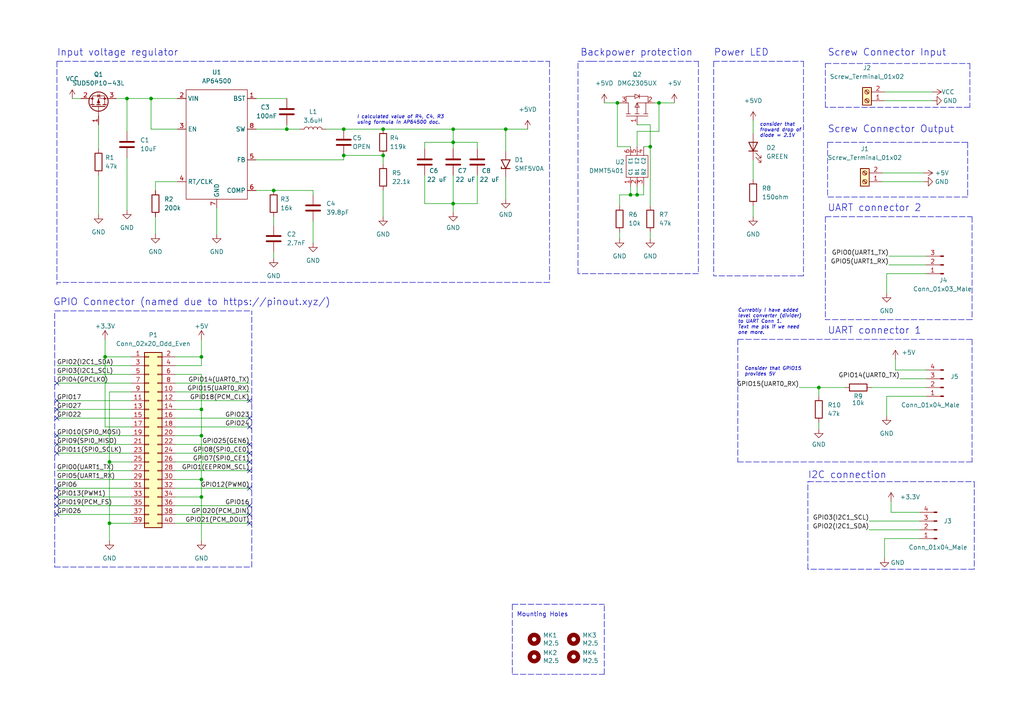
<source format=kicad_sch>
(kicad_sch (version 20211123) (generator eeschema)
  (paper "A4")
  (lib_symbols
    (symbol "Connector:Conn_01x03_Male" (pin_names (offset 1.016) hide)
      (property "Reference" "J" (at 0 5.08 0))
      (property "Value" "Conn_01x03_Male" (at 0 -5.08 0))
      (symbol "Conn_01x03_Male_1_1"
        (polyline (pts (xy 1.27 -2.54) (xy 0.8636 -2.54)) (stroke (width 0.1524)))
        (polyline (pts (xy 1.27 0) (xy 0.8636 0)) (stroke (width 0.1524)))
        (polyline (pts (xy 1.27 2.54) (xy 0.8636 2.54)) (stroke (width 0.1524)))
        (rectangle (start 0.8636 -2.413) (end 0 -2.667) (stroke (width 0.1524)) (fill (type outline)))
        (rectangle (start 0.8636 0.127) (end 0 -0.127) (stroke (width 0.1524)) (fill (type outline)))
        (rectangle (start 0.8636 2.667) (end 0 2.413) (stroke (width 0.1524)) (fill (type outline)))
        (pin passive line (at 5.08 2.54 180) (length 3.81) (name "Pin_1") (number "1"))
        (pin passive line (at 5.08 0 180) (length 3.81) (name "Pin_2") (number "2"))
        (pin passive line (at 5.08 -2.54 180) (length 3.81) (name "Pin_3") (number "3"))
      )
    )
    (symbol "Connector:Conn_01x04_Male" (pin_names (offset 1.016) hide)
      (property "Reference" "J" (at 0 5.08 0))
      (property "Value" "Conn_01x04_Male" (at 0 -7.62 0))
      (symbol "Conn_01x04_Male_1_1"
        (polyline (pts (xy 1.27 -5.08) (xy 0.8636 -5.08)) (stroke (width 0.1524)))
        (polyline (pts (xy 1.27 -2.54) (xy 0.8636 -2.54)) (stroke (width 0.1524)))
        (polyline (pts (xy 1.27 0) (xy 0.8636 0)) (stroke (width 0.1524)))
        (polyline (pts (xy 1.27 2.54) (xy 0.8636 2.54)) (stroke (width 0.1524)))
        (rectangle (start 0.8636 -4.953) (end 0 -5.207) (stroke (width 0.1524)) (fill (type outline)))
        (rectangle (start 0.8636 -2.413) (end 0 -2.667) (stroke (width 0.1524)) (fill (type outline)))
        (rectangle (start 0.8636 0.127) (end 0 -0.127) (stroke (width 0.1524)) (fill (type outline)))
        (rectangle (start 0.8636 2.667) (end 0 2.413) (stroke (width 0.1524)) (fill (type outline)))
        (pin passive line (at 5.08 2.54 180) (length 3.81) (name "Pin_1") (number "1"))
        (pin passive line (at 5.08 0 180) (length 3.81) (name "Pin_2") (number "2"))
        (pin passive line (at 5.08 -2.54 180) (length 3.81) (name "Pin_3") (number "3"))
        (pin passive line (at 5.08 -5.08 180) (length 3.81) (name "Pin_4") (number "4"))
      )
    )
    (symbol "Connector:Screw_Terminal_01x02" (pin_names (offset 1.016) hide)
      (property "Reference" "J" (at 0 2.54 0))
      (property "Value" "Screw_Terminal_01x02" (at 0 -5.08 0))
      (symbol "Screw_Terminal_01x02_1_1"
        (rectangle (start -1.27 1.27) (end 1.27 -3.81) (stroke (width 0.254)) (fill (type background)))
        (circle (center 0 -2.54) (radius 0.635) (stroke (width 0.1524)))
        (polyline (pts (xy -0.5334 -2.2098) (xy 0.3302 -3.048)) (stroke (width 0.1524)))
        (polyline (pts (xy -0.5334 0.3302) (xy 0.3302 -0.508)) (stroke (width 0.1524)))
        (polyline (pts (xy -0.3556 -2.032) (xy 0.508 -2.8702)) (stroke (width 0.1524)))
        (polyline (pts (xy -0.3556 0.508) (xy 0.508 -0.3302)) (stroke (width 0.1524)))
        (circle (center 0 0) (radius 0.635) (stroke (width 0.1524)))
        (pin passive line (at -5.08 0 0) (length 3.81) (name "Pin_1") (number "1"))
        (pin passive line (at -5.08 -2.54 0) (length 3.81) (name "Pin_2") (number "2"))
      )
    )
    (symbol "Device:C" (pin_numbers hide) (pin_names (offset 0.254))
      (property "Reference" "C" (at 0.635 2.54 0))
      (property "Value" "C" (at 0.635 -2.54 0))
      (symbol "C_0_1"
        (polyline (pts (xy -2.032 -0.762) (xy 2.032 -0.762)) (stroke (width 0.508)))
        (polyline (pts (xy -2.032 0.762) (xy 2.032 0.762)) (stroke (width 0.508)))
      )
      (symbol "C_1_1"
        (pin passive line (at 0 3.81 270) (length 2.794) (name "~") (number "1"))
        (pin passive line (at 0 -3.81 90) (length 2.794) (name "~") (number "2"))
      )
    )
    (symbol "Device:L" (pin_numbers hide) (pin_names (offset 1.016) hide)
      (property "Reference" "L" (at -1.27 0 90))
      (property "Value" "L" (at 1.905 0 90))
      (symbol "L_0_1"
        (arc (start 0 -2.54) (mid 0.635 -1.905) (end 0 -1.27))
        (arc (start 0 -1.27) (mid 0.635 -0.635) (end 0 0))
        (arc (start 0 0) (mid 0.635 0.635) (end 0 1.27))
        (arc (start 0 1.27) (mid 0.635 1.905) (end 0 2.54))
      )
      (symbol "L_1_1"
        (pin passive line (at 0 3.81 270) (length 1.27) (name "1") (number "1"))
        (pin passive line (at 0 -3.81 90) (length 1.27) (name "2") (number "2"))
      )
    )
    (symbol "Device:LED" (pin_numbers hide) (pin_names (offset 1.016) hide)
      (property "Reference" "D" (at 0 2.54 0))
      (property "Value" "LED" (at 0 -2.54 0))
      (symbol "LED_0_1"
        (polyline (pts (xy -1.27 -1.27) (xy -1.27 1.27)) (stroke (width 0.254)))
        (polyline (pts (xy -1.27 0) (xy 1.27 0)))
        (polyline (pts (xy 1.27 -1.27) (xy 1.27 1.27) (xy -1.27 0) (xy 1.27 -1.27)) (stroke (width 0.254)))
        (polyline (pts (xy -3.048 -0.762) (xy -4.572 -2.286) (xy -3.81 -2.286) (xy -4.572 -2.286) (xy -4.572 -1.524)))
        (polyline (pts (xy -1.778 -0.762) (xy -3.302 -2.286) (xy -2.54 -2.286) (xy -3.302 -2.286) (xy -3.302 -1.524)))
      )
      (symbol "LED_1_1"
        (pin passive line (at -3.81 0 0) (length 2.54) (name "K") (number "1"))
        (pin passive line (at 3.81 0 180) (length 2.54) (name "A") (number "2"))
      )
    )
    (symbol "Device:R" (pin_numbers hide) (pin_names (offset 0))
      (property "Reference" "R" (at 2.032 0 90))
      (property "Value" "R" (at 0 0 90))
      (symbol "R_0_1"
        (rectangle (start -1.016 -2.54) (end 1.016 2.54) (stroke (width 0.254)))
      )
      (symbol "R_1_1"
        (pin passive line (at 0 3.81 270) (length 1.27) (name "~") (number "1"))
        (pin passive line (at 0 -3.81 90) (length 1.27) (name "~") (number "2"))
      )
    )
    (symbol "Diode:SMF5V0A" (pin_numbers hide) (pin_names (offset 1.016) hide)
      (property "Reference" "D" (at 0 2.54 0))
      (property "Value" "SMF5V0A" (at 0 -2.54 0))
      (symbol "SMF5V0A_0_1"
        (polyline (pts (xy -0.762 1.27) (xy -1.27 1.27) (xy -1.27 -1.27)) (stroke (width 0.254)))
        (polyline (pts (xy 1.27 1.27) (xy 1.27 -1.27) (xy -1.27 0) (xy 1.27 1.27)) (stroke (width 0.254)))
      )
      (symbol "SMF5V0A_1_1"
        (pin passive line (at -3.81 0 0) (length 2.54) (name "A1") (number "1"))
        (pin passive line (at 3.81 0 180) (length 2.54) (name "A2") (number "2"))
      )
    )
    (symbol "Library:Conn_02x20_Odd_Even" (pin_names (offset 1.016) hide)
      (property "Reference" "P1" (at 1.27 28.3718 0))
      (property "Value" "Conn_02x20_Odd_Even" (at 1.27 26.0604 0))
      (symbol "Conn_02x20_Odd_Even_1_1"
        (rectangle (start -1.27 -25.273) (end 0 -25.527) (stroke (width 0.1524)))
        (rectangle (start -1.27 -22.733) (end 0 -22.987) (stroke (width 0.1524)))
        (rectangle (start -1.27 -20.193) (end 0 -20.447) (stroke (width 0.1524)))
        (rectangle (start -1.27 -17.653) (end 0 -17.907) (stroke (width 0.1524)))
        (rectangle (start -1.27 -15.113) (end 0 -15.367) (stroke (width 0.1524)))
        (rectangle (start -1.27 -12.573) (end 0 -12.827) (stroke (width 0.1524)))
        (rectangle (start -1.27 -10.033) (end 0 -10.287) (stroke (width 0.1524)))
        (rectangle (start -1.27 -7.493) (end 0 -7.747) (stroke (width 0.1524)))
        (rectangle (start -1.27 -4.953) (end 0 -5.207) (stroke (width 0.1524)))
        (rectangle (start -1.27 -2.413) (end 0 -2.667) (stroke (width 0.1524)))
        (rectangle (start -1.27 0.127) (end 0 -0.127) (stroke (width 0.1524)))
        (rectangle (start -1.27 2.667) (end 0 2.413) (stroke (width 0.1524)))
        (rectangle (start -1.27 5.207) (end 0 4.953) (stroke (width 0.1524)))
        (rectangle (start -1.27 7.747) (end 0 7.493) (stroke (width 0.1524)))
        (rectangle (start -1.27 10.287) (end 0 10.033) (stroke (width 0.1524)))
        (rectangle (start -1.27 12.827) (end 0 12.573) (stroke (width 0.1524)))
        (rectangle (start -1.27 15.367) (end 0 15.113) (stroke (width 0.1524)))
        (rectangle (start -1.27 17.907) (end 0 17.653) (stroke (width 0.1524)))
        (rectangle (start -1.27 20.447) (end 0 20.193) (stroke (width 0.1524)))
        (rectangle (start -1.27 22.987) (end 0 22.733) (stroke (width 0.1524)))
        (rectangle (start -1.27 24.13) (end 3.81 -26.67) (stroke (width 0.254)) (fill (type background)))
        (rectangle (start 3.81 -25.273) (end 2.54 -25.527) (stroke (width 0.1524)))
        (rectangle (start 3.81 -22.733) (end 2.54 -22.987) (stroke (width 0.1524)))
        (rectangle (start 3.81 -20.193) (end 2.54 -20.447) (stroke (width 0.1524)))
        (rectangle (start 3.81 -17.653) (end 2.54 -17.907) (stroke (width 0.1524)))
        (rectangle (start 3.81 -15.113) (end 2.54 -15.367) (stroke (width 0.1524)))
        (rectangle (start 3.81 -12.573) (end 2.54 -12.827) (stroke (width 0.1524)))
        (rectangle (start 3.81 -10.033) (end 2.54 -10.287) (stroke (width 0.1524)))
        (rectangle (start 3.81 -7.493) (end 2.54 -7.747) (stroke (width 0.1524)))
        (rectangle (start 3.81 -4.953) (end 2.54 -5.207) (stroke (width 0.1524)))
        (rectangle (start 3.81 -2.413) (end 2.54 -2.667) (stroke (width 0.1524)))
        (rectangle (start 3.81 0.127) (end 2.54 -0.127) (stroke (width 0.1524)))
        (rectangle (start 3.81 2.667) (end 2.54 2.413) (stroke (width 0.1524)))
        (rectangle (start 3.81 5.207) (end 2.54 4.953) (stroke (width 0.1524)))
        (rectangle (start 3.81 7.747) (end 2.54 7.493) (stroke (width 0.1524)))
        (rectangle (start 3.81 10.287) (end 2.54 10.033) (stroke (width 0.1524)))
        (rectangle (start 3.81 12.827) (end 2.54 12.573) (stroke (width 0.1524)))
        (rectangle (start 3.81 15.367) (end 2.54 15.113) (stroke (width 0.1524)))
        (rectangle (start 3.81 17.907) (end 2.54 17.653) (stroke (width 0.1524)))
        (rectangle (start 3.81 20.447) (end 2.54 20.193) (stroke (width 0.1524)))
        (rectangle (start 3.81 22.987) (end 2.54 22.733) (stroke (width 0.1524)))
        (pin power_out line (at -5.08 22.86 0) (length 3.81) (name "Pin_1") (number "1"))
        (pin passive line (at 7.62 12.7 180) (length 3.81) (name "Pin_10") (number "10"))
        (pin passive line (at -5.08 10.16 0) (length 3.81) (name "Pin_11") (number "11"))
        (pin passive line (at 7.62 10.16 180) (length 3.81) (name "Pin_12") (number "12"))
        (pin passive line (at -5.08 7.62 0) (length 3.81) (name "Pin_13") (number "13"))
        (pin passive line (at 7.62 7.62 180) (length 3.81) (name "Pin_14") (number "14"))
        (pin passive line (at -5.08 5.08 0) (length 3.81) (name "Pin_15") (number "15"))
        (pin passive line (at 7.62 5.08 180) (length 3.81) (name "Pin_16") (number "16"))
        (pin power_out line (at -5.08 2.54 0) (length 3.81) (name "Pin_17") (number "17"))
        (pin passive line (at 7.62 2.54 180) (length 3.81) (name "Pin_18") (number "18"))
        (pin passive line (at -5.08 0 0) (length 3.81) (name "Pin_19") (number "19"))
        (pin bidirectional line (at 7.62 22.86 180) (length 3.81) (name "Pin_2") (number "2"))
        (pin passive line (at 7.62 0 180) (length 3.81) (name "Pin_20") (number "20"))
        (pin passive line (at -5.08 -2.54 0) (length 3.81) (name "Pin_21") (number "21"))
        (pin passive line (at 7.62 -2.54 180) (length 3.81) (name "Pin_22") (number "22"))
        (pin passive line (at -5.08 -5.08 0) (length 3.81) (name "Pin_23") (number "23"))
        (pin passive line (at 7.62 -5.08 180) (length 3.81) (name "Pin_24") (number "24"))
        (pin passive line (at -5.08 -7.62 0) (length 3.81) (name "Pin_25") (number "25"))
        (pin passive line (at 7.62 -7.62 180) (length 3.81) (name "Pin_26") (number "26"))
        (pin passive line (at -5.08 -10.16 0) (length 3.81) (name "Pin_27") (number "27"))
        (pin passive line (at 7.62 -10.16 180) (length 3.81) (name "Pin_28") (number "28"))
        (pin passive line (at -5.08 -12.7 0) (length 3.81) (name "Pin_29") (number "29"))
        (pin passive line (at -5.08 20.32 0) (length 3.81) (name "Pin_3") (number "3"))
        (pin passive line (at 7.62 -12.7 180) (length 3.81) (name "Pin_30") (number "30"))
        (pin passive line (at -5.08 -15.24 0) (length 3.81) (name "Pin_31") (number "31"))
        (pin passive line (at 7.62 -15.24 180) (length 3.81) (name "Pin_32") (number "32"))
        (pin passive line (at -5.08 -17.78 0) (length 3.81) (name "Pin_33") (number "33"))
        (pin passive line (at 7.62 -17.78 180) (length 3.81) (name "Pin_34") (number "34"))
        (pin passive line (at -5.08 -20.32 0) (length 3.81) (name "Pin_35") (number "35"))
        (pin passive line (at 7.62 -20.32 180) (length 3.81) (name "Pin_36") (number "36"))
        (pin passive line (at -5.08 -22.86 0) (length 3.81) (name "Pin_37") (number "37"))
        (pin passive line (at 7.62 -22.86 180) (length 3.81) (name "Pin_38") (number "38"))
        (pin passive line (at -5.08 -25.4 0) (length 3.81) (name "Pin_39") (number "39"))
        (pin bidirectional line (at 7.62 20.32 180) (length 3.81) (name "Pin_4") (number "4"))
        (pin passive line (at 7.62 -25.4 180) (length 3.81) (name "Pin_40") (number "40"))
        (pin passive line (at -5.08 17.78 0) (length 3.81) (name "Pin_5") (number "5"))
        (pin passive line (at 7.62 17.78 180) (length 3.81) (name "Pin_6") (number "6"))
        (pin passive line (at -5.08 15.24 0) (length 3.81) (name "Pin_7") (number "7"))
        (pin passive line (at 7.62 15.24 180) (length 3.81) (name "Pin_8") (number "8"))
        (pin passive line (at -5.08 12.7 0) (length 3.81) (name "Pin_9") (number "9"))
      )
    )
    (symbol "Mechanical:MountingHole" (pin_names (offset 1.016))
      (property "Reference" "H" (at 0 5.08 0))
      (property "Value" "MountingHole" (at 0 3.175 0))
      (symbol "MountingHole_0_1"
        (circle (center 0 0) (radius 1.27) (stroke (width 1.27)))
      )
    )
    (symbol "Transistor_FET:SUD50P10-43L" (pin_names hide)
      (property "Reference" "Q" (at 4.953 1.905 0))
      (property "Value" "SUD50P10-43L" (at 4.953 0 0))
      (symbol "SUD50P10-43L_0_1"
        (polyline (pts (xy 0.254 0) (xy -2.54 0)))
        (polyline (pts (xy 0.254 1.905) (xy 0.254 -1.905)) (stroke (width 0.254)))
        (polyline (pts (xy 0.762 -1.27) (xy 0.762 -2.286)) (stroke (width 0.254)))
        (polyline (pts (xy 0.762 0.508) (xy 0.762 -0.508)) (stroke (width 0.254)))
        (polyline (pts (xy 0.762 2.286) (xy 0.762 1.27)) (stroke (width 0.254)))
        (polyline (pts (xy 2.54 2.54) (xy 2.54 1.778)))
        (polyline (pts (xy 2.54 -2.54) (xy 2.54 0) (xy 0.762 0)))
        (polyline (pts (xy 0.762 1.778) (xy 3.302 1.778) (xy 3.302 -1.778) (xy 0.762 -1.778)))
        (polyline (pts (xy 2.286 0) (xy 1.27 0.381) (xy 1.27 -0.381) (xy 2.286 0)) (fill (type outline)))
        (polyline (pts (xy 2.794 -0.508) (xy 2.921 -0.381) (xy 3.683 -0.381) (xy 3.81 -0.254)))
        (polyline (pts (xy 3.302 -0.381) (xy 2.921 0.254) (xy 3.683 0.254) (xy 3.302 -0.381)))
        (circle (center 1.651 0) (radius 2.794) (stroke (width 0.254)))
        (circle (center 2.54 -1.778) (radius 0.254) (fill (type outline)))
        (circle (center 2.54 1.778) (radius 0.254) (fill (type outline)))
      )
      (symbol "SUD50P10-43L_1_1"
        (pin input line (at -5.08 0 0) (length 2.54) (name "G") (number "1"))
        (pin passive line (at 2.54 5.08 270) (length 2.54) (name "D") (number "2"))
        (pin passive line (at 2.54 -5.08 90) (length 2.54) (name "S") (number "3"))
      )
    )
    (symbol "dcdc-lib:AP64500"
      (property "Reference" "U" (at 0 29.21 0))
      (property "Value" "AP64500" (at 0 -21.59 0))
      (symbol "AP64500_0_1"
        (rectangle (start -8.89 24.13) (end 8.89 -7.62))
        (rectangle (start 0 -10.16) (end 0 -8.89))
      )
      (symbol "AP64500_1_1"
        (pin input line (at 11.43 21.59 180) (length 2.54) (name "BST") (number "1"))
        (pin input line (at -11.43 21.59 0) (length 2.54) (name "VIN") (number "2"))
        (pin input line (at -11.43 12.7 0) (length 2.54) (name "EN") (number "3"))
        (pin input line (at -11.43 -2.54 0) (length 2.54) (name "RT/CLK") (number "4"))
        (pin input line (at 11.43 3.81 180) (length 2.54) (name "FB") (number "5"))
        (pin input line (at 11.43 -5.08 180) (length 2.54) (name "COMP") (number "6"))
        (pin input line (at 0 -10.16 90) (length 2.54) (name "GND") (number "7"))
        (pin input line (at 11.43 12.7 180) (length 2.54) (name "SW") (number "8"))
      )
    )
    (symbol "dcdc-lib:DMG2305UX"
      (property "Reference" "Q" (at 0 6.35 0))
      (property "Value" "DMG2305UX" (at 1.27 -6.35 0))
      (symbol "DMG2305UX_0_1"
        (polyline (pts (xy -3.175 -1.905) (xy 3.175 -1.905)))
        (polyline (pts (xy -3.175 -1.27) (xy -1.905 -1.27)))
        (polyline (pts (xy -2.54 -0.635) (xy -2.54 -1.27)))
        (polyline (pts (xy -2.54 1.905) (xy -2.54 -0.635)))
        (polyline (pts (xy 0.635 3.175) (xy 0.635 4.445)))
        (polyline (pts (xy 1.905 -1.27) (xy 3.175 -1.27)))
        (polyline (pts (xy 2.54 1.905) (xy 2.54 -1.27)))
        (polyline (pts (xy -3.175 1.905) (xy -3.175 3.81) (xy -0.635 3.81)))
        (polyline (pts (xy -0.635 -1.27) (xy 0.635 -1.27) (xy -0.635 -1.27)))
        (polyline (pts (xy 0 -1.27) (xy 0 1.905) (xy 2.54 1.905)))
        (polyline (pts (xy 0.635 3.81) (xy 3.175 3.81) (xy 3.175 1.905)))
        (polyline (pts (xy -0.635 3.175) (xy -0.635 4.445) (xy 0.635 3.81) (xy -0.635 3.175)))
        (polyline (pts (xy 0 1.905) (xy -0.635 0.635) (xy 0.635 0.635) (xy 0 1.905)))
      )
      (symbol "DMG2305UX_1_1"
        (pin input line (at 0 -4.445 90) (length 2.54) (name "") (number "1"))
        (pin input line (at 5.08 1.905 180) (length 2.54) (name "") (number "2"))
        (pin input line (at -5.08 1.905 0) (length 2.54) (name "") (number "3"))
      )
    )
    (symbol "dcdc-lib:DMMT5401"
      (property "Reference" "U" (at 0 8.89 0))
      (property "Value" "DMMT5401" (at 0 -5.715 0))
      (symbol "DMMT5401_0_1"
        (rectangle (start -3.175 4.445) (end 3.175 -1.905))
      )
      (symbol "DMMT5401_1_1"
        (pin input line (at -1.905 -4.445 90) (length 2.54) (name "C1") (number "1"))
        (pin input line (at 0 -4.445 90) (length 2.54) (name "B1") (number "2"))
        (pin input line (at 1.905 -4.445 90) (length 2.54) (name "B2") (number "3"))
        (pin input line (at 1.905 6.985 270) (length 2.54) (name "C2") (number "4"))
        (pin input line (at 0 6.985 270) (length 2.54) (name "E2") (number "5"))
        (pin input line (at -1.905 6.985 270) (length 2.54) (name "E1") (number "6"))
      )
    )
    (symbol "power:+3.3V" (power) (pin_names (offset 0))
      (property "Value" "+3.3V" (at 0 3.556 0))
      (symbol "+3.3V_0_1"
        (polyline (pts (xy -0.762 1.27) (xy 0 2.54)))
        (polyline (pts (xy 0 0) (xy 0 2.54)))
        (polyline (pts (xy 0 2.54) (xy 0.762 1.27)))
      )
      (symbol "+3.3V_1_1"
        (pin power_in line (at 0 0 90) (length 0) hide (name "+3.3V") (number "1"))
      )
    )
    (symbol "power:+5V" (power) (pin_names (offset 0))
      (property "Value" "+5V" (at 0 3.556 0))
      (symbol "+5V_0_1"
        (polyline (pts (xy -0.762 1.27) (xy 0 2.54)))
        (polyline (pts (xy 0 0) (xy 0 2.54)))
        (polyline (pts (xy 0 2.54) (xy 0.762 1.27)))
      )
      (symbol "+5V_1_1"
        (pin power_in line (at 0 0 90) (length 0) hide (name "+5V") (number "1"))
      )
    )
    (symbol "power:+5VD" (power) (pin_names (offset 0))
      (property "Value" "+5VD" (at 0 3.556 0))
      (symbol "+5VD_0_1"
        (polyline (pts (xy -0.762 1.27) (xy 0 2.54)))
        (polyline (pts (xy 0 0) (xy 0 2.54)))
        (polyline (pts (xy 0 2.54) (xy 0.762 1.27)))
      )
      (symbol "+5VD_1_1"
        (pin power_in line (at 0 0 90) (length 0) hide (name "+5VD") (number "1"))
      )
    )
    (symbol "power:GND" (power) (pin_names (offset 0))
      (property "Value" "GND" (at 0 -3.81 0))
      (symbol "GND_0_1"
        (polyline (pts (xy 0 0) (xy 0 -1.27) (xy 1.27 -1.27) (xy 0 -2.54) (xy -1.27 -1.27) (xy 0 -1.27)))
      )
      (symbol "GND_1_1"
        (pin power_in line (at 0 0 270) (length 0) hide (name "GND") (number "1"))
      )
    )
    (symbol "power:VCC" (power) (pin_names (offset 0))
      (property "Value" "VCC" (at 0 3.81 0))
      (symbol "VCC_0_1"
        (polyline (pts (xy -0.762 1.27) (xy 0 2.54)))
        (polyline (pts (xy 0 0) (xy 0 2.54)))
        (polyline (pts (xy 0 2.54) (xy 0.762 1.27)))
      )
      (symbol "VCC_1_1"
        (pin power_in line (at 0 0 90) (length 0) hide (name "VCC") (number "1"))
      )
    )
  )
  (junction (at 30.48 103.505))
  (junction (at 58.42 126.365))
  (junction (at 111.125 45.085))
  (junction (at 131.445 41.275))
  (junction (at 31.75 133.985))
  (junction (at 131.445 59.055))
  (junction (at 179.07 29.845))
  (junction (at 31.75 151.765))
  (junction (at 237.49 112.395))
  (junction (at 182.88 56.515))
  (junction (at 79.375 55.245))
  (junction (at 43.815 28.575))
  (junction (at 36.83 28.575))
  (junction (at 131.445 37.465))
  (junction (at 99.695 37.465))
  (junction (at 58.42 103.505))
  (junction (at 184.785 56.515))
  (junction (at 58.42 144.145))
  (junction (at 111.125 37.465))
  (junction (at 146.685 37.465))
  (junction (at 83.185 37.465))
  (junction (at 99.695 45.085))
  (junction (at 188.595 42.545))
  (junction (at 58.42 139.065))
  (junction (at 191.135 29.845))
  (junction (at 58.42 118.745))
  (no_connect (at 16.51 116.205))
  (no_connect (at 16.51 149.225))
  (no_connect (at 72.39 121.285))
  (no_connect (at 16.51 144.145))
  (no_connect (at 72.39 151.765))
  (no_connect (at 16.51 111.125))
  (no_connect (at 16.51 118.745))
  (no_connect (at 72.39 141.605))
  (no_connect (at 16.51 146.685))
  (no_connect (at 72.39 146.685))
  (no_connect (at 72.39 149.225))
  (no_connect (at 16.51 141.605))
  (no_connect (at 72.39 128.905))
  (no_connect (at 16.51 128.905))
  (no_connect (at 72.39 116.205))
  (no_connect (at 72.39 133.985))
  (no_connect (at 16.51 126.365))
  (no_connect (at 16.51 121.285))
  (no_connect (at 72.39 131.445))
  (no_connect (at 16.51 131.445))
  (no_connect (at 72.39 123.825))
  (no_connect (at 72.39 136.525))
  (wire (pts (xy 50.8 121.285) (xy 72.39 121.285)))
  (wire (pts (xy 31.75 151.765) (xy 38.1 151.765)))
  (wire (pts (xy 50.8 151.765) (xy 72.39 151.765)))
  (polyline (pts (xy 233.045 17.78) (xy 233.045 80.01)))
  (wire (pts (xy 257.81 76.835) (xy 268.605 76.835)))
  (wire (pts (xy 99.695 45.085) (xy 111.125 45.085)))
  (wire (pts (xy 16.51 108.585) (xy 38.1 108.585)))
  (wire (pts (xy 50.8 106.045) (xy 58.42 106.045)))
  (wire (pts (xy 179.07 29.845) (xy 179.07 42.545)))
  (wire (pts (xy 16.51 139.065) (xy 38.1 139.065)))
  (wire (pts (xy 182.88 56.515) (xy 184.785 56.515)))
  (wire (pts (xy 146.685 37.465) (xy 146.685 43.815)))
  (wire (pts (xy 184.785 56.515) (xy 186.69 56.515)))
  (polyline (pts (xy 73.025 164.465) (xy 73.025 90.17)))
  (wire (pts (xy 58.42 139.065) (xy 58.42 144.145)))
  (wire (pts (xy 16.51 121.285) (xy 38.1 121.285)))
  (wire (pts (xy 45.085 62.865) (xy 45.085 67.945)))
  (wire (pts (xy 45.085 52.705) (xy 45.085 55.245)))
  (polyline (pts (xy 16.51 17.78) (xy 16.51 82.55)))
  (wire (pts (xy 179.705 56.515) (xy 182.88 56.515)))
  (wire (pts (xy 38.1 103.505) (xy 30.48 103.505)))
  (wire (pts (xy 36.83 28.575) (xy 36.83 38.1)))
  (wire (pts (xy 179.705 59.69) (xy 179.705 56.515)))
  (wire (pts (xy 83.185 37.465) (xy 86.995 37.465)))
  (wire (pts (xy 30.48 103.505) (xy 30.48 123.825)))
  (polyline (pts (xy 240.03 41.275) (xy 240.03 57.15)))
  (wire (pts (xy 123.19 41.275) (xy 131.445 41.275)))
  (wire (pts (xy 50.8 111.125) (xy 72.39 111.125)))
  (wire (pts (xy 123.19 50.8) (xy 123.19 59.055)))
  (wire (pts (xy 20.955 28.575) (xy 23.495 28.575)))
  (wire (pts (xy 36.83 45.72) (xy 36.83 60.96)))
  (wire (pts (xy 31.75 133.985) (xy 38.1 133.985)))
  (polyline (pts (xy 281.305 18.415) (xy 281.305 31.115)))
  (polyline (pts (xy 159.385 17.78) (xy 159.385 81.915)))
  (wire (pts (xy 191.135 38.1) (xy 191.135 29.845)))
  (wire (pts (xy 50.8 103.505) (xy 58.42 103.505)))
  (wire (pts (xy 16.51 126.365) (xy 38.1 126.365)))
  (polyline (pts (xy 213.995 98.425) (xy 281.94 98.425)))
  (wire (pts (xy 184.785 56.515) (xy 184.785 53.975)))
  (wire (pts (xy 252.73 112.395) (xy 268.605 112.395)))
  (wire (pts (xy 50.8 139.065) (xy 58.42 139.065)))
  (polyline (pts (xy 16.51 17.78) (xy 159.385 17.78)))
  (wire (pts (xy 16.51 106.045) (xy 38.1 106.045)))
  (wire (pts (xy 50.8 149.225) (xy 72.39 149.225)))
  (wire (pts (xy 50.8 144.145) (xy 58.42 144.145)))
  (wire (pts (xy 179.07 42.545) (xy 182.88 42.545)))
  (wire (pts (xy 218.44 34.925) (xy 218.44 38.735)))
  (wire (pts (xy 16.51 144.145) (xy 38.1 144.145)))
  (polyline (pts (xy 175.26 195.58) (xy 175.26 175.26)))
  (polyline (pts (xy 281.94 62.865) (xy 281.94 92.71)))
  (wire (pts (xy 123.19 41.275) (xy 123.19 43.18)))
  (wire (pts (xy 16.51 128.905) (xy 38.1 128.905)))
  (polyline (pts (xy 159.385 81.915) (xy 16.51 81.915)))
  (polyline (pts (xy 213.995 98.425) (xy 213.995 133.985)))
  (wire (pts (xy 188.595 36.195) (xy 188.595 42.545)))
  (polyline (pts (xy 234.315 165.1) (xy 234.315 139.7)))
  (wire (pts (xy 231.775 112.395) (xy 237.49 112.395)))
  (wire (pts (xy 99.695 46.355) (xy 99.695 45.085)))
  (wire (pts (xy 131.445 37.465) (xy 131.445 41.275)))
  (polyline (pts (xy 171.45 17.78) (xy 202.565 17.78)))
  (wire (pts (xy 58.42 126.365) (xy 58.42 139.065)))
  (wire (pts (xy 188.595 59.69) (xy 188.595 42.545)))
  (wire (pts (xy 50.8 126.365) (xy 58.42 126.365)))
  (wire (pts (xy 111.125 37.465) (xy 131.445 37.465)))
  (wire (pts (xy 237.49 112.395) (xy 237.49 114.935)))
  (wire (pts (xy 255.905 50.165) (xy 267.97 50.165)))
  (wire (pts (xy 237.49 112.395) (xy 245.11 112.395)))
  (polyline (pts (xy 282.575 139.7) (xy 282.575 165.1)))
  (wire (pts (xy 28.575 50.8) (xy 28.575 62.23)))
  (wire (pts (xy 111.125 45.085) (xy 111.125 47.625)))
  (wire (pts (xy 16.51 149.225) (xy 38.1 149.225)))
  (polyline (pts (xy 167.64 79.375) (xy 167.64 17.78)))
  (wire (pts (xy 58.42 108.585) (xy 58.42 118.745)))
  (polyline (pts (xy 281.94 98.425) (xy 281.94 133.985)))
  (wire (pts (xy 138.43 59.055) (xy 131.445 59.055)))
  (wire (pts (xy 51.435 52.705) (xy 45.085 52.705)))
  (wire (pts (xy 79.375 73.025) (xy 79.375 74.93)))
  (wire (pts (xy 188.595 42.545) (xy 186.69 42.545)))
  (polyline (pts (xy 281.94 133.985) (xy 213.995 133.985)))
  (wire (pts (xy 179.705 67.31) (xy 179.705 69.215)))
  (polyline (pts (xy 239.395 18.415) (xy 281.305 18.415)))
  (wire (pts (xy 131.445 50.8) (xy 131.445 59.055)))
  (polyline (pts (xy 239.395 62.865) (xy 281.94 62.865)))
  (wire (pts (xy 31.75 133.985) (xy 31.75 151.765)))
  (wire (pts (xy 16.51 116.205) (xy 38.1 116.205)))
  (wire (pts (xy 58.42 118.745) (xy 58.42 126.365)))
  (polyline (pts (xy 148.59 195.58) (xy 175.26 195.58)))
  (wire (pts (xy 50.8 123.825) (xy 72.39 123.825)))
  (wire (pts (xy 131.445 59.055) (xy 123.19 59.055)))
  (wire (pts (xy 38.1 113.665) (xy 31.75 113.665)))
  (wire (pts (xy 31.75 113.665) (xy 31.75 133.985)))
  (wire (pts (xy 16.51 141.605) (xy 38.1 141.605)))
  (wire (pts (xy 90.805 55.245) (xy 90.805 56.515)))
  (wire (pts (xy 43.815 37.465) (xy 51.435 37.465)))
  (wire (pts (xy 256.54 156.21) (xy 256.54 161.925)))
  (wire (pts (xy 50.8 128.905) (xy 72.39 128.905)))
  (wire (pts (xy 62.865 60.325) (xy 62.865 67.945)))
  (wire (pts (xy 131.445 41.275) (xy 138.43 41.275)))
  (wire (pts (xy 50.8 113.665) (xy 72.39 113.665)))
  (wire (pts (xy 131.445 41.275) (xy 131.445 43.18)))
  (polyline (pts (xy 234.315 139.7) (xy 282.575 139.7)))
  (wire (pts (xy 94.615 37.465) (xy 99.695 37.465)))
  (polyline (pts (xy 148.59 175.26) (xy 175.26 175.26)))
  (wire (pts (xy 74.295 46.355) (xy 99.695 46.355)))
  (polyline (pts (xy 15.875 90.805) (xy 15.875 164.465)))
  (polyline (pts (xy 234.315 139.7) (xy 234.95 139.7)))
  (wire (pts (xy 74.295 37.465) (xy 83.185 37.465)))
  (wire (pts (xy 268.605 107.315) (xy 259.715 107.315)))
  (wire (pts (xy 252.095 151.13) (xy 266.7 151.13)))
  (wire (pts (xy 43.815 28.575) (xy 51.435 28.575)))
  (polyline (pts (xy 15.875 164.465) (xy 73.025 164.465)))
  (polyline (pts (xy 207.01 17.78) (xy 233.045 17.78)))
  (wire (pts (xy 237.49 122.555) (xy 237.49 124.46)))
  (wire (pts (xy 50.8 118.745) (xy 58.42 118.745)))
  (polyline (pts (xy 280.67 57.15) (xy 240.03 57.15)))
  (wire (pts (xy 259.715 104.14) (xy 259.715 107.315)))
  (wire (pts (xy 50.8 133.985) (xy 72.39 133.985)))
  (wire (pts (xy 184.785 38.1) (xy 184.785 42.545)))
  (wire (pts (xy 16.51 136.525) (xy 38.1 136.525)))
  (wire (pts (xy 50.8 116.205) (xy 72.39 116.205)))
  (wire (pts (xy 99.695 37.465) (xy 111.125 37.465)))
  (wire (pts (xy 252.095 153.67) (xy 266.7 153.67)))
  (wire (pts (xy 50.8 131.445) (xy 72.39 131.445)))
  (wire (pts (xy 146.685 51.435) (xy 146.685 57.785)))
  (wire (pts (xy 182.88 56.515) (xy 182.88 53.975)))
  (wire (pts (xy 74.295 55.245) (xy 79.375 55.245)))
  (wire (pts (xy 268.605 114.935) (xy 257.175 114.935)))
  (wire (pts (xy 30.48 123.825) (xy 38.1 123.825)))
  (wire (pts (xy 50.8 146.685) (xy 72.39 146.685)))
  (wire (pts (xy 58.42 144.145) (xy 58.42 156.845)))
  (wire (pts (xy 79.375 62.865) (xy 79.375 65.405)))
  (wire (pts (xy 257.81 74.295) (xy 268.605 74.295)))
  (polyline (pts (xy 202.565 79.375) (xy 167.64 79.375)))
  (wire (pts (xy 90.805 64.135) (xy 90.805 70.485)))
  (wire (pts (xy 218.44 46.355) (xy 218.44 52.07)))
  (polyline (pts (xy 167.64 17.78) (xy 171.45 17.78)))
  (polyline (pts (xy 281.305 31.115) (xy 239.395 31.115)))
  (wire (pts (xy 255.905 52.705) (xy 267.97 52.705)))
  (wire (pts (xy 268.605 79.375) (xy 257.175 79.375)))
  (wire (pts (xy 146.685 37.465) (xy 153.035 37.465)))
  (wire (pts (xy 191.135 29.845) (xy 195.58 29.845)))
  (polyline (pts (xy 202.565 17.78) (xy 202.565 79.375)))
  (wire (pts (xy 257.175 114.935) (xy 257.175 120.65)))
  (polyline (pts (xy 148.59 175.26) (xy 148.59 195.58)))
  (wire (pts (xy 31.75 151.765) (xy 31.75 156.845)))
  (wire (pts (xy 175.26 29.845) (xy 179.07 29.845)))
  (polyline (pts (xy 239.395 31.115) (xy 239.395 18.415)))
  (wire (pts (xy 79.375 55.245) (xy 90.805 55.245)))
  (polyline (pts (xy 15.875 90.17) (xy 73.025 90.17)))
  (wire (pts (xy 16.51 146.685) (xy 38.1 146.685)))
  (wire (pts (xy 50.8 141.605) (xy 72.39 141.605)))
  (polyline (pts (xy 280.67 41.275) (xy 280.67 57.15)))
  (wire (pts (xy 58.42 103.505) (xy 58.42 98.425)))
  (polyline (pts (xy 240.03 41.275) (xy 280.67 41.275)))
  (wire (pts (xy 189.865 29.845) (xy 191.135 29.845)))
  (wire (pts (xy 138.43 50.8) (xy 138.43 59.055)))
  (polyline (pts (xy 281.94 92.71) (xy 239.395 92.71)))
  (wire (pts (xy 266.7 148.59) (xy 258.445 148.59)))
  (wire (pts (xy 188.595 36.195) (xy 184.785 36.195)))
  (wire (pts (xy 33.655 28.575) (xy 36.83 28.575)))
  (wire (pts (xy 260.985 109.855) (xy 268.605 109.855)))
  (polyline (pts (xy 233.045 80.01) (xy 207.01 80.01)))
  (polyline (pts (xy 239.395 62.865) (xy 239.395 92.71)))
  (wire (pts (xy 138.43 41.275) (xy 138.43 43.18)))
  (wire (pts (xy 256.54 26.67) (xy 270.51 26.67)))
  (wire (pts (xy 36.83 28.575) (xy 43.815 28.575)))
  (wire (pts (xy 50.8 136.525) (xy 72.39 136.525)))
  (wire (pts (xy 179.07 29.845) (xy 179.705 29.845)))
  (wire (pts (xy 50.8 108.585) (xy 58.42 108.585)))
  (wire (pts (xy 83.185 36.195) (xy 83.185 37.465)))
  (wire (pts (xy 30.48 98.425) (xy 30.48 103.505)))
  (polyline (pts (xy 282.575 165.1) (xy 234.315 165.1)))
  (wire (pts (xy 131.445 59.055) (xy 131.445 61.595)))
  (wire (pts (xy 111.125 55.245) (xy 111.125 62.865)))
  (wire (pts (xy 131.445 37.465) (xy 146.685 37.465)))
  (polyline (pts (xy 207.01 17.78) (xy 207.01 80.01)))
  (wire (pts (xy 16.51 111.125) (xy 38.1 111.125)))
  (wire (pts (xy 218.44 59.69) (xy 218.44 62.865)))
  (wire (pts (xy 256.54 29.21) (xy 270.51 29.21)))
  (wire (pts (xy 257.175 79.375) (xy 257.175 85.09)))
  (wire (pts (xy 43.815 28.575) (xy 43.815 37.465)))
  (wire (pts (xy 16.51 131.445) (xy 38.1 131.445)))
  (wire (pts (xy 256.54 156.21) (xy 266.7 156.21)))
  (wire (pts (xy 258.445 145.415) (xy 258.445 148.59)))
  (wire (pts (xy 74.295 28.575) (xy 83.185 28.575)))
  (wire (pts (xy 28.575 36.195) (xy 28.575 43.18)))
  (wire (pts (xy 186.69 56.515) (xy 186.69 53.975)))
  (wire (pts (xy 188.595 67.31) (xy 188.595 69.215)))
  (wire (pts (xy 58.42 106.045) (xy 58.42 103.505)))
  (wire (pts (xy 184.785 38.1) (xy 191.135 38.1)))
  (wire (pts (xy 16.51 118.745) (xy 38.1 118.745)))
  (text "Currebtly I have added\nlevel converter (divider)\nto UART Conn 1.\nText me pls if we need \none more." (at 213.995 97.155 0) (effects (font (size 1 1) italic) (justify left bottom)))
  (text "Backpower protection" (at 168.275 16.51 0) (effects (font (size 2 2)) (justify left bottom)))
  (text "Mounting Holes" (at 149.86 179.07 0) (effects (font (size 1.27 1.27)) (justify left bottom)))
  (text "I2C connection" (at 234.315 139.065 0) (effects (font (size 2 2)) (justify left bottom)))
  (text "GPIO Connector (named due to https://pinout.xyz/)" (at 95.885 88.9 180) (effects (font (size 2 2)) (justify right bottom)))
  (text "UART connector 2" (at 240.03 61.595 0) (effects (font (size 2 2)) (justify left bottom)))
  (text "Consider that GPIO15\nprovides 5V" (at 215.9 109.22 0) (effects (font (size 1 1) italic) (justify left bottom)))
  (text "consider that \nfroward drop of\ndiode = 2.1V" (at 220.345 40.005 0) (effects (font (size 1 1) italic) (justify left bottom)))
  (text "Screw Connector Output" (at 240.03 38.735 0) (effects (font (size 2 2)) (justify left bottom)))
  (text "Input voltage regulator" (at 16.51 16.51 0) (effects (font (size 2 2)) (justify left bottom)))
  (text "UART connector 1" (at 240.03 97.155 0) (effects (font (size 2 2)) (justify left bottom)))
  (text "Power LED" (at 207.01 16.51 0) (effects (font (size 2 2)) (justify left bottom)))
  (text "Screw Connector Input" (at 240.03 16.51 0) (effects (font (size 2 2)) (justify left bottom)))
  (text "I calculated value of R4, C4, R3\nusing formula in AP64500 doc. \n" (at 103.505 36.195 0) (effects (font (size 1 1) italic) (justify left bottom)))
  (label "GPIO12(PWM0)" (at 72.39 141.605 180))
  (label "GPIO22" (at 16.51 121.285 0))
  (label "GPIO0(UART1_TX)" (at 257.81 74.295 180))
  (label "GPIO25(GEN6)" (at 72.39 128.905 180))
  (label "GPIO9(SPI0_MISO)" (at 16.51 128.905 0))
  (label "GPIO18(PCM_CLK)" (at 72.39 116.205 180))
  (label "GPIO15(UART0_RX)" (at 72.39 113.665 180))
  (label "GPIO1(EEPROM_SCL)" (at 72.39 136.525 180))
  (label "GPIO8(SPI0_CE0)" (at 72.39 131.445 180))
  (label "GPIO17" (at 16.51 116.205 0))
  (label "GPIO19(PCM_FS)" (at 16.51 146.685 0))
  (label "GPIO4(GPCLK0)" (at 16.51 111.125 0))
  (label "GPIO23" (at 72.39 121.285 180))
  (label "GPIO3(I2C1_SCL)" (at 252.095 151.13 180))
  (label "GPIO6" (at 16.51 141.605 0))
  (label "GPIO14(UART0_TX)" (at 72.39 111.125 180))
  (label "GPIO21(PCM_DOUT)" (at 72.39 151.765 180))
  (label "GPIO2(I2C1_SDA)" (at 16.51 106.045 0))
  (label "GPIO24" (at 72.39 123.825 180))
  (label "GPIO0(UART1_TX)" (at 16.51 136.525 0))
  (label "GPIO5(UART1_RX)" (at 257.81 76.835 180))
  (label "GPIO2(I2C1_SDA)" (at 252.095 153.67 180))
  (label "GPIO27" (at 16.51 118.745 0))
  (label "GPIO26" (at 16.51 149.225 0))
  (label "GPIO15(UART0_RX)" (at 231.775 112.395 180))
  (label "GPIO20(PCM_DIN)" (at 72.39 149.225 180))
  (label "GPIO7(SPI0_CE1)" (at 72.39 133.985 180))
  (label "GPIO11(SPI0_SCLK)" (at 16.51 131.445 0))
  (label "GPIO16" (at 72.39 146.685 180))
  (label "GPIO5(UART1_RX)" (at 16.51 139.065 0))
  (label "GPIO13(PWM1)" (at 16.51 144.145 0))
  (label "GPIO3(I2C1_SCL)" (at 16.51 108.585 0))
  (label "GPIO14(UART0_TX)" (at 260.985 109.855 180))
  (label "GPIO10(SPI0_MOSI)" (at 16.51 126.365 0))
  (symbol (lib_id "power:GND") (at 218.44 62.865 0) (unit 1)
    (property "Reference" "#PWR021" (effects hide))
    (property "Value" "GND" (at 218.44 67.945 0))
  )
  (symbol (lib_id "power:+5V") (at 267.97 50.165 270) (unit 1)
    (property "Reference" "#PWR028" (effects hide))
    (property "Value" "+5V" (at 271.145 50.1649 90) (effects (justify left)))
  )
  (symbol (lib_id "Connector:Screw_Terminal_01x02") (at 250.825 52.705 180) (unit 1)
    (property "Reference" "J1" (at 250.825 43.18 0))
    (property "Value" "Screw_Terminal_01x02" (at 250.825 45.72 0))
    (property "Footprint" "JL500-50802G01:CONN-TH_2P-P5.08_JL500-50002G01" (effects hide))
  )
  (symbol (lib_id "Mechanical:MountingHole") (at 166.37 190.5 0) (unit 1)
    (property "Reference" "MK4" (at 168.91 189.3316 0) (effects (justify left)))
    (property "Value" "M2.5" (at 168.91 191.643 0) (effects (justify left)))
    (property "Footprint" "MountingHole:MountingHole_2.7mm_M2.5_Pad" (effects hide))
  )
  (symbol (lib_id "power:VCC") (at 270.51 26.67 270) (unit 1)
    (property "Reference" "#PWR030" (effects hide))
    (property "Value" "VCC" (at 274.955 26.67 90))
  )
  (symbol (lib_id "power:GND") (at 257.175 120.65 0) (unit 1)
    (property "Reference" "#PWR025" (effects hide))
    (property "Value" "GND" (at 257.175 125.73 0))
  )
  (symbol (lib_id "power:GND") (at 90.805 70.485 0) (unit 1)
    (property "Reference" "#PWR011" (effects hide))
    (property "Value" "GND" (at 90.805 75.565 0))
  )
  (symbol (lib_id "Mechanical:MountingHole") (at 154.94 185.42 0) (unit 1)
    (property "Reference" "MK1" (at 157.48 184.2516 0) (effects (justify left)))
    (property "Value" "M2.5" (at 157.48 186.563 0) (effects (justify left)))
    (property "Footprint" "MountingHole:MountingHole_2.7mm_M2.5_Pad" (effects hide))
  )
  (symbol (lib_id "power:GND") (at 146.685 57.785 0) (unit 1)
    (property "Reference" "#PWR014" (effects hide))
    (property "Value" "GND" (at 146.685 62.23 0))
  )
  (symbol (lib_id "Diode:SMF5V0A") (at 146.685 47.625 90) (unit 1)
    (property "Reference" "D1" (at 149.225 46.3549 90) (effects (justify right)))
    (property "Value" "SMF5V0A" (at 149.225 48.8949 90) (effects (justify right)))
    (property "Footprint" "Diode_SMD:D_SMF" (effects hide))
    (property "Datasheet" "https://www.vishay.com/doc?85881" (effects hide))
  )
  (symbol (lib_id "power:GND") (at 257.175 85.09 0) (unit 1)
    (property "Reference" "#PWR024" (effects hide))
    (property "Value" "GND" (at 257.175 90.17 0))
  )
  (symbol (lib_id "power:GND") (at 31.75 156.845 0) (unit 1)
    (property "Reference" "#PWR04" (effects hide))
    (property "Value" "GND" (at 31.75 161.925 0))
  )
  (symbol (lib_id "dcdc-lib:DMG2305UX") (at 184.785 31.75 0) (unit 1)
    (property "Reference" "Q2" (at 184.785 21.59 0))
    (property "Value" "DMG2305UX" (at 184.785 24.13 0))
    (property "Footprint" "ultralibDMG2305UX:DMG2305UX-7" (effects hide))
  )
  (symbol (lib_id "dcdc-lib:AP64500") (at 62.865 50.165 0) (unit 1)
    (property "Reference" "U1" (at 62.865 20.955 0))
    (property "Value" "AP64500" (at 62.865 23.495 0))
    (property "Footprint" "ultralibAP64500:AP64500SP-13" (effects hide))
  )
  (symbol (lib_id "Device:LED") (at 218.44 42.545 90) (unit 1)
    (property "Reference" "D2" (at 222.25 42.8624 90) (effects (justify right)))
    (property "Value" "GREEN" (at 222.25 45.4024 90) (effects (justify right)))
    (property "Footprint" "LED_SMD:LED_0805_2012Metric" (effects hide))
  )
  (symbol (lib_id "Mechanical:MountingHole") (at 154.94 190.5 0) (unit 1)
    (property "Reference" "MK2" (at 157.48 189.3316 0) (effects (justify left)))
    (property "Value" "M2.5" (at 157.48 191.643 0) (effects (justify left)))
    (property "Footprint" "MountingHole:MountingHole_2.7mm_M2.5_Pad" (effects hide))
  )
  (symbol (lib_id "Device:R") (at 179.705 63.5 180) (unit 1)
    (property "Reference" "R6" (at 182.245 62.2299 0) (effects (justify right)))
    (property "Value" "10k" (at 182.245 64.7699 0) (effects (justify right)))
    (property "Footprint" "Resistor_SMD:R_0805_2012Metric" (effects hide))
  )
  (symbol (lib_id "Connector:Conn_01x03_Male") (at 273.685 76.835 180) (unit 1)
    (property "Reference" "J4" (at 272.415 81.28 0) (effects (justify right)))
    (property "Value" "Conn_01x03_Male" (at 264.795 83.82 0) (effects (justify right)))
    (property "Footprint" "Connector_JST:JST_PH_B3B-PH-K_1x03_P2.00mm_Vertical" (effects hide))
  )
  (symbol (lib_id "Transistor_FET:SUD50P10-43L") (at 28.575 31.115 90) (unit 1)
    (property "Reference" "Q1" (at 28.575 21.59 90))
    (property "Value" "SUD50P10-43L" (at 28.575 24.13 90))
    (property "Footprint" "Package_TO_SOT_SMD:TO-252-2" (effects hide))
    (property "Datasheet" "https://www.vishay.com/docs/62504/sud50p10-43l-ge3.pdf" (effects hide))
  )
  (symbol (lib_id "Device:C") (at 138.43 46.99 0) (unit 1)
    (property "Reference" "C8" (at 139.7 49.53 0) (effects (justify left)))
    (property "Value" "22 uF" (at 139.065 52.07 0) (effects (justify left)))
    (property "Footprint" "Capacitor_SMD:C_0805_2012Metric" (effects hide))
  )
  (symbol (lib_id "Device:R") (at 111.125 41.275 0) (unit 1)
    (property "Reference" "R4" (at 113.03 40.0049 0) (effects (justify left)))
    (property "Value" "119k" (at 113.03 42.5449 0) (effects (justify left)))
    (property "Footprint" "Resistor_SMD:R_0805_2012Metric" (effects hide))
  )
  (symbol (lib_id "Device:C") (at 79.375 69.215 0) (unit 1)
    (property "Reference" "C2" (at 83.185 67.9449 0) (effects (justify left)))
    (property "Value" "2.7nF" (at 83.185 70.4849 0) (effects (justify left)))
    (property "Footprint" "Capacitor_SMD:C_0805_2012Metric" (effects hide))
  )
  (symbol (lib_id "Device:R") (at 237.49 118.745 0) (unit 1)
    (property "Reference" "R10" (at 240.03 117.4749 0) (effects (justify left)))
    (property "Value" "47k" (at 240.03 120.0149 0) (effects (justify left)))
    (property "Footprint" "Resistor_SMD:R_0805_2012Metric" (effects hide))
  )
  (symbol (lib_id "Device:L") (at 90.805 37.465 90) (unit 1)
    (property "Reference" "L1" (at 90.805 32.385 90))
    (property "Value" "3.6uH" (at 90.805 34.925 90))
    (property "Footprint" "Inductor_SMD:L_0805_2012Metric" (effects hide))
  )
  (symbol (lib_id "power:+5V") (at 259.715 104.14 0) (unit 1)
    (property "Reference" "#PWR027" (effects hide))
    (property "Value" "+5V" (at 263.525 102.235 0))
  )
  (symbol (lib_id "power:+5V") (at 58.42 98.425 0) (unit 1)
    (property "Reference" "#PWR07" (effects hide))
    (property "Value" "+5V" (at 58.42 94.615 0))
  )
  (symbol (lib_id "Device:C") (at 99.695 41.275 0) (unit 1)
    (property "Reference" "C5" (at 102.235 40.005 0) (effects (justify left)))
    (property "Value" "OPEN" (at 102.235 42.545 0) (effects (justify left)))
    (property "Footprint" "Capacitor_SMD:C_0805_2012Metric" (effects hide))
  )
  (symbol (lib_id "Mechanical:MountingHole") (at 166.37 185.42 0) (unit 1)
    (property "Reference" "MK3" (at 168.91 184.2516 0) (effects (justify left)))
    (property "Value" "M2.5" (at 168.91 186.563 0) (effects (justify left)))
    (property "Footprint" "MountingHole:MountingHole_2.7mm_M2.5_Pad" (effects hide))
  )
  (symbol (lib_id "Device:R") (at 111.125 51.435 0) (unit 1)
    (property "Reference" "R5" (at 113.665 50.1649 0) (effects (justify left)))
    (property "Value" "22.1k" (at 113.665 52.7049 0) (effects (justify left)))
    (property "Footprint" "Resistor_SMD:R_0805_2012Metric" (effects hide))
  )
  (symbol (lib_id "Connector:Conn_01x04_Male") (at 273.685 112.395 180) (unit 1)
    (property "Reference" "J5" (at 276.86 109.22 0))
    (property "Value" "Conn_01x04_Male" (at 269.875 117.475 0))
    (property "Footprint" "Connector_JST:JST_PH_B4B-PH-K_1x04_P2.00mm_Vertical" (effects hide))
  )
  (symbol (lib_id "power:+5VD") (at 153.035 37.465 0) (unit 1)
    (property "Reference" "#PWR015" (effects hide))
    (property "Value" "+5VD" (at 153.035 31.75 0))
  )
  (symbol (lib_id "Connector:Conn_01x04_Male") (at 271.78 153.67 180) (unit 1)
    (property "Reference" "J3" (at 273.685 151.1299 0) (effects (justify right)))
    (property "Value" "Conn_01x04_Male" (at 263.525 158.75 0) (effects (justify right)))
    (property "Footprint" "Connector_JST:JST_PH_B4B-PH-K_1x04_P2.00mm_Vertical" (effects hide))
  )
  (symbol (lib_id "power:GND") (at 79.375 74.93 0) (unit 1)
    (property "Reference" "#PWR010" (effects hide))
    (property "Value" "GND" (at 79.375 80.01 0))
  )
  (symbol (lib_id "power:GND") (at 28.575 62.23 0) (unit 1)
    (property "Reference" "#PWR02" (effects hide))
    (property "Value" "GND" (at 28.575 67.31 0))
  )
  (symbol (lib_id "power:GND") (at 237.49 124.46 0) (unit 1)
    (property "Reference" "#PWR022" (effects hide))
    (property "Value" "GND" (at 237.49 128.905 0))
  )
  (symbol (lib_id "Device:C") (at 131.445 46.99 0) (unit 1)
    (property "Reference" "C7" (at 132.715 49.53 0) (effects (justify left)))
    (property "Value" "22 uF" (at 132.08 52.07 0) (effects (justify left)))
    (property "Footprint" "Capacitor_SMD:C_0805_2012Metric" (effects hide))
  )
  (symbol (lib_id "power:GND") (at 188.595 69.215 0) (unit 1)
    (property "Reference" "#PWR018" (effects hide))
    (property "Value" "GND" (at 188.595 74.295 0))
  )
  (symbol (lib_id "power:GND") (at 58.42 156.845 0) (unit 1)
    (property "Reference" "#PWR08" (effects hide))
    (property "Value" "GND" (at 58.42 161.925 0))
  )
  (symbol (lib_id "power:GND") (at 270.51 29.21 90) (unit 1)
    (property "Reference" "#PWR031" (effects hide))
    (property "Value" "GND" (at 275.59 29.21 90))
  )
  (symbol (lib_id "Device:R") (at 28.575 46.99 0) (unit 1)
    (property "Reference" "R1" (at 30.48 45.7199 0) (effects (justify left)))
    (property "Value" "47k" (at 30.48 48.2599 0) (effects (justify left)))
    (property "Footprint" "Resistor_SMD:R_0805_2012Metric" (effects hide))
  )
  (symbol (lib_id "power:+3.3V") (at 30.48 98.425 0) (unit 1)
    (property "Reference" "#PWR03" (effects hide))
    (property "Value" "+3.3V" (at 30.48 94.615 0))
  )
  (symbol (lib_id "power:GND") (at 179.705 69.215 0) (unit 1)
    (property "Reference" "#PWR017" (effects hide))
    (property "Value" "GND" (at 179.705 74.295 0))
  )
  (symbol (lib_id "Device:C") (at 36.83 41.91 0) (unit 1)
    (property "Reference" "C1" (at 40.64 40.6399 0) (effects (justify left)))
    (property "Value" "10uF" (at 40.64 43.1799 0) (effects (justify left)))
    (property "Footprint" "Capacitor_SMD:C_0805_2012Metric" (effects hide))
  )
  (symbol (lib_id "power:GND") (at 111.125 62.865 0) (unit 1)
    (property "Reference" "#PWR012" (effects hide))
    (property "Value" "GND" (at 111.125 67.945 0))
  )
  (symbol (lib_id "Device:C") (at 90.805 60.325 0) (unit 1)
    (property "Reference" "C4" (at 94.615 59.0549 0) (effects (justify left)))
    (property "Value" "39.8pF" (at 94.615 61.5949 0) (effects (justify left)))
    (property "Footprint" "Capacitor_SMD:C_0805_2012Metric" (effects hide))
  )
  (symbol (lib_id "power:+5V") (at 195.58 29.845 0) (unit 1)
    (property "Reference" "#PWR019" (effects hide))
    (property "Value" "+5V" (at 195.58 24.13 0))
  )
  (symbol (lib_id "power:GND") (at 62.865 67.945 0) (unit 1)
    (property "Reference" "#PWR09" (effects hide))
    (property "Value" "GND" (at 62.865 73.025 0))
  )
  (symbol (lib_id "dcdc-lib:DMMT5401") (at 184.785 49.53 0) (unit 1)
    (property "Reference" "U2" (at 178.435 46.99 0) (effects (justify left)))
    (property "Value" "DMMT5401" (at 170.815 49.53 0) (effects (justify left)))
    (property "Footprint" "DMMT5401easyeda:SOT-23-6_L2.9-W1.6-P0.95-LS2.8-BR" (effects hide))
  )
  (symbol (lib_id "Library:Conn_02x20_Odd_Even") (at 43.18 126.365 0) (unit 1)
    (property "Reference" "P1" (at 44.45 97.155 0))
    (property "Value" "Conn_02x20_Odd_Even" (at 44.45 99.695 0))
    (property "Footprint" "Connector_PinSocket_2.54mm:PinSocket_2x20_P2.54mm_Vertical" (effects hide))
    (property "LCSC" "C50982" (effects hide))
    (property "Manufacturer_Name" "BOOMELE(Boom Precision Elec)" (effects hide))
    (property "Manufacturer_Part_Number" "C50982" (effects hide))
    (property "JLCPCB_IGNORE" "IGNORE" (effects hide))
  )
  (symbol (lib_id "power:GND") (at 45.085 67.945 0) (unit 1)
    (property "Reference" "#PWR06" (effects hide))
    (property "Value" "GND" (at 45.085 73.025 0))
  )
  (symbol (lib_id "power:+5VD") (at 218.44 34.925 0) (unit 1)
    (property "Reference" "#PWR0101" (effects hide))
    (property "Value" "+5VD" (at 218.44 29.21 0))
  )
  (symbol (lib_id "Device:C") (at 123.19 46.99 0) (unit 1)
    (property "Reference" "C6" (at 124.46 49.53 0) (effects (justify left)))
    (property "Value" "22 uF" (at 123.825 52.07 0) (effects (justify left)))
    (property "Footprint" "Capacitor_SMD:C_0805_2012Metric" (effects hide))
  )
  (symbol (lib_id "Connector:Screw_Terminal_01x02") (at 251.46 29.21 180) (unit 1)
    (property "Reference" "J2" (at 251.46 19.685 0))
    (property "Value" "Screw_Terminal_01x02" (at 251.46 22.225 0))
    (property "Footprint" "JL500-50802G01:CONN-TH_2P-P5.08_JL500-50002G01" (effects hide))
  )
  (symbol (lib_id "Device:R") (at 79.375 59.055 0) (unit 1)
    (property "Reference" "R3" (at 81.28 57.7849 0) (effects (justify left)))
    (property "Value" "16k" (at 81.28 60.3249 0) (effects (justify left)))
    (property "Footprint" "Resistor_SMD:R_0805_2012Metric" (effects hide))
  )
  (symbol (lib_id "Device:R") (at 45.085 59.055 0) (unit 1)
    (property "Reference" "R2" (at 47.625 57.7849 0) (effects (justify left)))
    (property "Value" "200k" (at 47.625 60.3249 0) (effects (justify left)))
    (property "Footprint" "Resistor_SMD:R_0805_2012Metric" (effects hide))
  )
  (symbol (lib_id "Device:C") (at 83.185 32.385 0) (unit 1)
    (property "Reference" "C3" (at 75.565 31.115 0) (effects (justify left)))
    (property "Value" "100nF" (at 74.295 33.655 0) (effects (justify left)))
    (property "Footprint" "Capacitor_SMD:C_0805_2012Metric" (effects hide))
  )
  (symbol (lib_id "power:GND") (at 131.445 61.595 0) (unit 1)
    (property "Reference" "#PWR013" (effects hide))
    (property "Value" "GND" (at 131.445 66.04 0))
  )
  (symbol (lib_id "power:+5VD") (at 175.26 29.845 0) (unit 1)
    (property "Reference" "#PWR016" (effects hide))
    (property "Value" "+5VD" (at 175.26 24.13 0))
  )
  (symbol (lib_id "power:GND") (at 267.97 52.705 90) (unit 1)
    (property "Reference" "#PWR029" (effects hide))
    (property "Value" "GND" (at 271.145 52.7049 90) (effects (justify right)))
  )
  (symbol (lib_id "Device:R") (at 248.92 112.395 90) (unit 1)
    (property "Reference" "R9" (at 248.92 114.935 90))
    (property "Value" "10k" (at 248.92 116.84 90))
    (property "Footprint" "Resistor_SMD:R_0805_2012Metric" (effects hide))
  )
  (symbol (lib_id "Device:R") (at 218.44 55.88 0) (unit 1)
    (property "Reference" "R8" (at 220.98 54.6099 0) (effects (justify left)))
    (property "Value" "150ohm" (at 220.98 57.1499 0) (effects (justify left)))
    (property "Footprint" "Resistor_SMD:R_0805_2012Metric" (effects hide))
  )
  (symbol (lib_id "power:GND") (at 36.83 60.96 0) (unit 1)
    (property "Reference" "#PWR05" (effects hide))
    (property "Value" "GND" (at 36.83 66.04 0))
  )
  (symbol (lib_id "Device:R") (at 188.595 63.5 0) (unit 1)
    (property "Reference" "R7" (at 191.135 62.2299 0) (effects (justify left)))
    (property "Value" "47k" (at 191.135 64.7699 0) (effects (justify left)))
    (property "Footprint" "Resistor_SMD:R_0805_2012Metric" (effects hide))
  )
  (symbol (lib_id "power:+3.3V") (at 258.445 145.415 0) (unit 1)
    (property "Reference" "#PWR026" (effects hide))
    (property "Value" "+3.3V" (at 260.985 144.1449 0) (effects (justify left)))
  )
  (symbol (lib_id "power:GND") (at 256.54 161.925 0) (unit 1)
    (property "Reference" "#PWR023" (effects hide))
    (property "Value" "GND" (at 260.35 163.195 0))
  )
  (symbol (lib_id "power:VCC") (at 20.955 28.575 0) (unit 1)
    (property "Reference" "#PWR01" (effects hide))
    (property "Value" "VCC" (at 20.955 22.86 0))
  )
)
</source>
